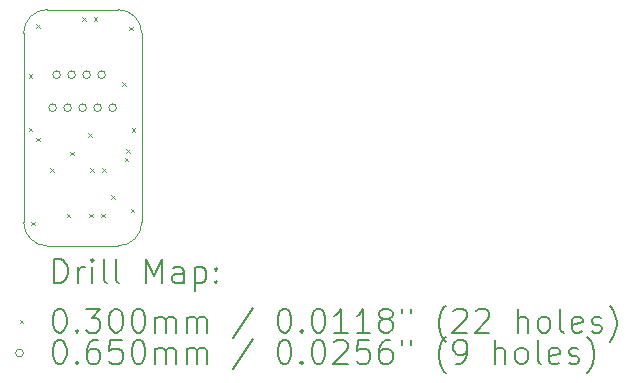
<source format=gbr>
%TF.GenerationSoftware,KiCad,Pcbnew,8.0.7-8.0.7-0~ubuntu24.04.1*%
%TF.CreationDate,2024-12-30T14:28:34-07:00*%
%TF.ProjectId,2 connector Sensor Board,3220636f-6e6e-4656-9374-6f722053656e,V1*%
%TF.SameCoordinates,Original*%
%TF.FileFunction,Drillmap*%
%TF.FilePolarity,Positive*%
%FSLAX45Y45*%
G04 Gerber Fmt 4.5, Leading zero omitted, Abs format (unit mm)*
G04 Created by KiCad (PCBNEW 8.0.7-8.0.7-0~ubuntu24.04.1) date 2024-12-30 14:28:34*
%MOMM*%
%LPD*%
G01*
G04 APERTURE LIST*
%ADD10C,0.050000*%
%ADD11C,0.200000*%
%ADD12C,0.100000*%
G04 APERTURE END LIST*
D10*
X14150000Y-11230000D02*
G75*
G02*
X13950000Y-11030000I0J200000D01*
G01*
X14950000Y-9430000D02*
X14950000Y-11030000D01*
X14150000Y-9230000D02*
X14750000Y-9230000D01*
X14950000Y-11030000D02*
G75*
G02*
X14750000Y-11230000I-200000J0D01*
G01*
X14750000Y-9230000D02*
G75*
G02*
X14950000Y-9430000I0J-200000D01*
G01*
X13950000Y-9430000D02*
G75*
G02*
X14150000Y-9230000I200000J0D01*
G01*
X14750000Y-11230000D02*
X14150000Y-11230000D01*
X13950000Y-11030000D02*
X13950000Y-9430000D01*
D11*
D12*
X13995000Y-9775000D02*
X14025000Y-9805000D01*
X14025000Y-9775000D02*
X13995000Y-9805000D01*
X13995000Y-10229000D02*
X14025000Y-10259000D01*
X14025000Y-10229000D02*
X13995000Y-10259000D01*
X14015000Y-11025000D02*
X14045000Y-11055000D01*
X14045000Y-11025000D02*
X14015000Y-11055000D01*
X14055000Y-9355000D02*
X14085000Y-9385000D01*
X14085000Y-9355000D02*
X14055000Y-9385000D01*
X14056793Y-10315577D02*
X14086793Y-10345577D01*
X14086793Y-10315577D02*
X14056793Y-10345577D01*
X14175000Y-10575000D02*
X14205000Y-10605000D01*
X14205000Y-10575000D02*
X14175000Y-10605000D01*
X14314605Y-10956500D02*
X14344605Y-10986500D01*
X14344605Y-10956500D02*
X14314605Y-10986500D01*
X14345000Y-10435000D02*
X14375000Y-10465000D01*
X14375000Y-10435000D02*
X14345000Y-10465000D01*
X14445000Y-9295000D02*
X14475000Y-9325000D01*
X14475000Y-9295000D02*
X14445000Y-9325000D01*
X14495000Y-10275000D02*
X14525000Y-10305000D01*
X14525000Y-10275000D02*
X14495000Y-10305000D01*
X14504617Y-10956500D02*
X14534617Y-10986500D01*
X14534617Y-10956500D02*
X14504617Y-10986500D01*
X14515000Y-10575000D02*
X14545000Y-10605000D01*
X14545000Y-10575000D02*
X14515000Y-10605000D01*
X14545000Y-9295000D02*
X14575000Y-9325000D01*
X14575000Y-9295000D02*
X14545000Y-9325000D01*
X14605000Y-10956500D02*
X14635000Y-10986500D01*
X14635000Y-10956500D02*
X14605000Y-10986500D01*
X14615000Y-10575000D02*
X14645000Y-10605000D01*
X14645000Y-10575000D02*
X14615000Y-10605000D01*
X14690820Y-10801581D02*
X14720820Y-10831581D01*
X14720820Y-10801581D02*
X14690820Y-10831581D01*
X14785000Y-9845000D02*
X14815000Y-9875000D01*
X14815000Y-9845000D02*
X14785000Y-9875000D01*
X14805000Y-10485000D02*
X14835000Y-10515000D01*
X14835000Y-10485000D02*
X14805000Y-10515000D01*
X14816494Y-10409874D02*
X14846494Y-10439874D01*
X14846494Y-10409874D02*
X14816494Y-10439874D01*
X14845000Y-9375000D02*
X14875000Y-9405000D01*
X14875000Y-9375000D02*
X14845000Y-9405000D01*
X14855000Y-10915000D02*
X14885000Y-10945000D01*
X14885000Y-10915000D02*
X14855000Y-10945000D01*
X14865000Y-10235000D02*
X14895000Y-10265000D01*
X14895000Y-10235000D02*
X14865000Y-10265000D01*
X14227500Y-10060000D02*
G75*
G02*
X14162500Y-10060000I-32500J0D01*
G01*
X14162500Y-10060000D02*
G75*
G02*
X14227500Y-10060000I32500J0D01*
G01*
X14261500Y-9780000D02*
G75*
G02*
X14196500Y-9780000I-32500J0D01*
G01*
X14196500Y-9780000D02*
G75*
G02*
X14261500Y-9780000I32500J0D01*
G01*
X14354500Y-10060000D02*
G75*
G02*
X14289500Y-10060000I-32500J0D01*
G01*
X14289500Y-10060000D02*
G75*
G02*
X14354500Y-10060000I32500J0D01*
G01*
X14388500Y-9780000D02*
G75*
G02*
X14323500Y-9780000I-32500J0D01*
G01*
X14323500Y-9780000D02*
G75*
G02*
X14388500Y-9780000I32500J0D01*
G01*
X14481500Y-10060000D02*
G75*
G02*
X14416500Y-10060000I-32500J0D01*
G01*
X14416500Y-10060000D02*
G75*
G02*
X14481500Y-10060000I32500J0D01*
G01*
X14515500Y-9780000D02*
G75*
G02*
X14450500Y-9780000I-32500J0D01*
G01*
X14450500Y-9780000D02*
G75*
G02*
X14515500Y-9780000I32500J0D01*
G01*
X14608500Y-10060000D02*
G75*
G02*
X14543500Y-10060000I-32500J0D01*
G01*
X14543500Y-10060000D02*
G75*
G02*
X14608500Y-10060000I32500J0D01*
G01*
X14642500Y-9780000D02*
G75*
G02*
X14577500Y-9780000I-32500J0D01*
G01*
X14577500Y-9780000D02*
G75*
G02*
X14642500Y-9780000I32500J0D01*
G01*
X14735500Y-10060000D02*
G75*
G02*
X14670500Y-10060000I-32500J0D01*
G01*
X14670500Y-10060000D02*
G75*
G02*
X14735500Y-10060000I32500J0D01*
G01*
D11*
X14208277Y-11543984D02*
X14208277Y-11343984D01*
X14208277Y-11343984D02*
X14255896Y-11343984D01*
X14255896Y-11343984D02*
X14284467Y-11353508D01*
X14284467Y-11353508D02*
X14303515Y-11372555D01*
X14303515Y-11372555D02*
X14313039Y-11391603D01*
X14313039Y-11391603D02*
X14322562Y-11429698D01*
X14322562Y-11429698D02*
X14322562Y-11458269D01*
X14322562Y-11458269D02*
X14313039Y-11496365D01*
X14313039Y-11496365D02*
X14303515Y-11515412D01*
X14303515Y-11515412D02*
X14284467Y-11534460D01*
X14284467Y-11534460D02*
X14255896Y-11543984D01*
X14255896Y-11543984D02*
X14208277Y-11543984D01*
X14408277Y-11543984D02*
X14408277Y-11410650D01*
X14408277Y-11448746D02*
X14417801Y-11429698D01*
X14417801Y-11429698D02*
X14427324Y-11420174D01*
X14427324Y-11420174D02*
X14446372Y-11410650D01*
X14446372Y-11410650D02*
X14465420Y-11410650D01*
X14532086Y-11543984D02*
X14532086Y-11410650D01*
X14532086Y-11343984D02*
X14522562Y-11353508D01*
X14522562Y-11353508D02*
X14532086Y-11363031D01*
X14532086Y-11363031D02*
X14541610Y-11353508D01*
X14541610Y-11353508D02*
X14532086Y-11343984D01*
X14532086Y-11343984D02*
X14532086Y-11363031D01*
X14655896Y-11543984D02*
X14636848Y-11534460D01*
X14636848Y-11534460D02*
X14627324Y-11515412D01*
X14627324Y-11515412D02*
X14627324Y-11343984D01*
X14760658Y-11543984D02*
X14741610Y-11534460D01*
X14741610Y-11534460D02*
X14732086Y-11515412D01*
X14732086Y-11515412D02*
X14732086Y-11343984D01*
X14989229Y-11543984D02*
X14989229Y-11343984D01*
X14989229Y-11343984D02*
X15055896Y-11486841D01*
X15055896Y-11486841D02*
X15122562Y-11343984D01*
X15122562Y-11343984D02*
X15122562Y-11543984D01*
X15303515Y-11543984D02*
X15303515Y-11439222D01*
X15303515Y-11439222D02*
X15293991Y-11420174D01*
X15293991Y-11420174D02*
X15274943Y-11410650D01*
X15274943Y-11410650D02*
X15236848Y-11410650D01*
X15236848Y-11410650D02*
X15217801Y-11420174D01*
X15303515Y-11534460D02*
X15284467Y-11543984D01*
X15284467Y-11543984D02*
X15236848Y-11543984D01*
X15236848Y-11543984D02*
X15217801Y-11534460D01*
X15217801Y-11534460D02*
X15208277Y-11515412D01*
X15208277Y-11515412D02*
X15208277Y-11496365D01*
X15208277Y-11496365D02*
X15217801Y-11477317D01*
X15217801Y-11477317D02*
X15236848Y-11467793D01*
X15236848Y-11467793D02*
X15284467Y-11467793D01*
X15284467Y-11467793D02*
X15303515Y-11458269D01*
X15398753Y-11410650D02*
X15398753Y-11610650D01*
X15398753Y-11420174D02*
X15417801Y-11410650D01*
X15417801Y-11410650D02*
X15455896Y-11410650D01*
X15455896Y-11410650D02*
X15474943Y-11420174D01*
X15474943Y-11420174D02*
X15484467Y-11429698D01*
X15484467Y-11429698D02*
X15493991Y-11448746D01*
X15493991Y-11448746D02*
X15493991Y-11505888D01*
X15493991Y-11505888D02*
X15484467Y-11524936D01*
X15484467Y-11524936D02*
X15474943Y-11534460D01*
X15474943Y-11534460D02*
X15455896Y-11543984D01*
X15455896Y-11543984D02*
X15417801Y-11543984D01*
X15417801Y-11543984D02*
X15398753Y-11534460D01*
X15579705Y-11524936D02*
X15589229Y-11534460D01*
X15589229Y-11534460D02*
X15579705Y-11543984D01*
X15579705Y-11543984D02*
X15570182Y-11534460D01*
X15570182Y-11534460D02*
X15579705Y-11524936D01*
X15579705Y-11524936D02*
X15579705Y-11543984D01*
X15579705Y-11420174D02*
X15589229Y-11429698D01*
X15589229Y-11429698D02*
X15579705Y-11439222D01*
X15579705Y-11439222D02*
X15570182Y-11429698D01*
X15570182Y-11429698D02*
X15579705Y-11420174D01*
X15579705Y-11420174D02*
X15579705Y-11439222D01*
D12*
X13917500Y-11857500D02*
X13947500Y-11887500D01*
X13947500Y-11857500D02*
X13917500Y-11887500D01*
D11*
X14246372Y-11763984D02*
X14265420Y-11763984D01*
X14265420Y-11763984D02*
X14284467Y-11773508D01*
X14284467Y-11773508D02*
X14293991Y-11783031D01*
X14293991Y-11783031D02*
X14303515Y-11802079D01*
X14303515Y-11802079D02*
X14313039Y-11840174D01*
X14313039Y-11840174D02*
X14313039Y-11887793D01*
X14313039Y-11887793D02*
X14303515Y-11925888D01*
X14303515Y-11925888D02*
X14293991Y-11944936D01*
X14293991Y-11944936D02*
X14284467Y-11954460D01*
X14284467Y-11954460D02*
X14265420Y-11963984D01*
X14265420Y-11963984D02*
X14246372Y-11963984D01*
X14246372Y-11963984D02*
X14227324Y-11954460D01*
X14227324Y-11954460D02*
X14217801Y-11944936D01*
X14217801Y-11944936D02*
X14208277Y-11925888D01*
X14208277Y-11925888D02*
X14198753Y-11887793D01*
X14198753Y-11887793D02*
X14198753Y-11840174D01*
X14198753Y-11840174D02*
X14208277Y-11802079D01*
X14208277Y-11802079D02*
X14217801Y-11783031D01*
X14217801Y-11783031D02*
X14227324Y-11773508D01*
X14227324Y-11773508D02*
X14246372Y-11763984D01*
X14398753Y-11944936D02*
X14408277Y-11954460D01*
X14408277Y-11954460D02*
X14398753Y-11963984D01*
X14398753Y-11963984D02*
X14389229Y-11954460D01*
X14389229Y-11954460D02*
X14398753Y-11944936D01*
X14398753Y-11944936D02*
X14398753Y-11963984D01*
X14474943Y-11763984D02*
X14598753Y-11763984D01*
X14598753Y-11763984D02*
X14532086Y-11840174D01*
X14532086Y-11840174D02*
X14560658Y-11840174D01*
X14560658Y-11840174D02*
X14579705Y-11849698D01*
X14579705Y-11849698D02*
X14589229Y-11859222D01*
X14589229Y-11859222D02*
X14598753Y-11878269D01*
X14598753Y-11878269D02*
X14598753Y-11925888D01*
X14598753Y-11925888D02*
X14589229Y-11944936D01*
X14589229Y-11944936D02*
X14579705Y-11954460D01*
X14579705Y-11954460D02*
X14560658Y-11963984D01*
X14560658Y-11963984D02*
X14503515Y-11963984D01*
X14503515Y-11963984D02*
X14484467Y-11954460D01*
X14484467Y-11954460D02*
X14474943Y-11944936D01*
X14722562Y-11763984D02*
X14741610Y-11763984D01*
X14741610Y-11763984D02*
X14760658Y-11773508D01*
X14760658Y-11773508D02*
X14770182Y-11783031D01*
X14770182Y-11783031D02*
X14779705Y-11802079D01*
X14779705Y-11802079D02*
X14789229Y-11840174D01*
X14789229Y-11840174D02*
X14789229Y-11887793D01*
X14789229Y-11887793D02*
X14779705Y-11925888D01*
X14779705Y-11925888D02*
X14770182Y-11944936D01*
X14770182Y-11944936D02*
X14760658Y-11954460D01*
X14760658Y-11954460D02*
X14741610Y-11963984D01*
X14741610Y-11963984D02*
X14722562Y-11963984D01*
X14722562Y-11963984D02*
X14703515Y-11954460D01*
X14703515Y-11954460D02*
X14693991Y-11944936D01*
X14693991Y-11944936D02*
X14684467Y-11925888D01*
X14684467Y-11925888D02*
X14674943Y-11887793D01*
X14674943Y-11887793D02*
X14674943Y-11840174D01*
X14674943Y-11840174D02*
X14684467Y-11802079D01*
X14684467Y-11802079D02*
X14693991Y-11783031D01*
X14693991Y-11783031D02*
X14703515Y-11773508D01*
X14703515Y-11773508D02*
X14722562Y-11763984D01*
X14913039Y-11763984D02*
X14932086Y-11763984D01*
X14932086Y-11763984D02*
X14951134Y-11773508D01*
X14951134Y-11773508D02*
X14960658Y-11783031D01*
X14960658Y-11783031D02*
X14970182Y-11802079D01*
X14970182Y-11802079D02*
X14979705Y-11840174D01*
X14979705Y-11840174D02*
X14979705Y-11887793D01*
X14979705Y-11887793D02*
X14970182Y-11925888D01*
X14970182Y-11925888D02*
X14960658Y-11944936D01*
X14960658Y-11944936D02*
X14951134Y-11954460D01*
X14951134Y-11954460D02*
X14932086Y-11963984D01*
X14932086Y-11963984D02*
X14913039Y-11963984D01*
X14913039Y-11963984D02*
X14893991Y-11954460D01*
X14893991Y-11954460D02*
X14884467Y-11944936D01*
X14884467Y-11944936D02*
X14874943Y-11925888D01*
X14874943Y-11925888D02*
X14865420Y-11887793D01*
X14865420Y-11887793D02*
X14865420Y-11840174D01*
X14865420Y-11840174D02*
X14874943Y-11802079D01*
X14874943Y-11802079D02*
X14884467Y-11783031D01*
X14884467Y-11783031D02*
X14893991Y-11773508D01*
X14893991Y-11773508D02*
X14913039Y-11763984D01*
X15065420Y-11963984D02*
X15065420Y-11830650D01*
X15065420Y-11849698D02*
X15074943Y-11840174D01*
X15074943Y-11840174D02*
X15093991Y-11830650D01*
X15093991Y-11830650D02*
X15122563Y-11830650D01*
X15122563Y-11830650D02*
X15141610Y-11840174D01*
X15141610Y-11840174D02*
X15151134Y-11859222D01*
X15151134Y-11859222D02*
X15151134Y-11963984D01*
X15151134Y-11859222D02*
X15160658Y-11840174D01*
X15160658Y-11840174D02*
X15179705Y-11830650D01*
X15179705Y-11830650D02*
X15208277Y-11830650D01*
X15208277Y-11830650D02*
X15227324Y-11840174D01*
X15227324Y-11840174D02*
X15236848Y-11859222D01*
X15236848Y-11859222D02*
X15236848Y-11963984D01*
X15332086Y-11963984D02*
X15332086Y-11830650D01*
X15332086Y-11849698D02*
X15341610Y-11840174D01*
X15341610Y-11840174D02*
X15360658Y-11830650D01*
X15360658Y-11830650D02*
X15389229Y-11830650D01*
X15389229Y-11830650D02*
X15408277Y-11840174D01*
X15408277Y-11840174D02*
X15417801Y-11859222D01*
X15417801Y-11859222D02*
X15417801Y-11963984D01*
X15417801Y-11859222D02*
X15427324Y-11840174D01*
X15427324Y-11840174D02*
X15446372Y-11830650D01*
X15446372Y-11830650D02*
X15474943Y-11830650D01*
X15474943Y-11830650D02*
X15493991Y-11840174D01*
X15493991Y-11840174D02*
X15503515Y-11859222D01*
X15503515Y-11859222D02*
X15503515Y-11963984D01*
X15893991Y-11754460D02*
X15722563Y-12011603D01*
X16151134Y-11763984D02*
X16170182Y-11763984D01*
X16170182Y-11763984D02*
X16189229Y-11773508D01*
X16189229Y-11773508D02*
X16198753Y-11783031D01*
X16198753Y-11783031D02*
X16208277Y-11802079D01*
X16208277Y-11802079D02*
X16217801Y-11840174D01*
X16217801Y-11840174D02*
X16217801Y-11887793D01*
X16217801Y-11887793D02*
X16208277Y-11925888D01*
X16208277Y-11925888D02*
X16198753Y-11944936D01*
X16198753Y-11944936D02*
X16189229Y-11954460D01*
X16189229Y-11954460D02*
X16170182Y-11963984D01*
X16170182Y-11963984D02*
X16151134Y-11963984D01*
X16151134Y-11963984D02*
X16132086Y-11954460D01*
X16132086Y-11954460D02*
X16122563Y-11944936D01*
X16122563Y-11944936D02*
X16113039Y-11925888D01*
X16113039Y-11925888D02*
X16103515Y-11887793D01*
X16103515Y-11887793D02*
X16103515Y-11840174D01*
X16103515Y-11840174D02*
X16113039Y-11802079D01*
X16113039Y-11802079D02*
X16122563Y-11783031D01*
X16122563Y-11783031D02*
X16132086Y-11773508D01*
X16132086Y-11773508D02*
X16151134Y-11763984D01*
X16303515Y-11944936D02*
X16313039Y-11954460D01*
X16313039Y-11954460D02*
X16303515Y-11963984D01*
X16303515Y-11963984D02*
X16293991Y-11954460D01*
X16293991Y-11954460D02*
X16303515Y-11944936D01*
X16303515Y-11944936D02*
X16303515Y-11963984D01*
X16436848Y-11763984D02*
X16455896Y-11763984D01*
X16455896Y-11763984D02*
X16474944Y-11773508D01*
X16474944Y-11773508D02*
X16484467Y-11783031D01*
X16484467Y-11783031D02*
X16493991Y-11802079D01*
X16493991Y-11802079D02*
X16503515Y-11840174D01*
X16503515Y-11840174D02*
X16503515Y-11887793D01*
X16503515Y-11887793D02*
X16493991Y-11925888D01*
X16493991Y-11925888D02*
X16484467Y-11944936D01*
X16484467Y-11944936D02*
X16474944Y-11954460D01*
X16474944Y-11954460D02*
X16455896Y-11963984D01*
X16455896Y-11963984D02*
X16436848Y-11963984D01*
X16436848Y-11963984D02*
X16417801Y-11954460D01*
X16417801Y-11954460D02*
X16408277Y-11944936D01*
X16408277Y-11944936D02*
X16398753Y-11925888D01*
X16398753Y-11925888D02*
X16389229Y-11887793D01*
X16389229Y-11887793D02*
X16389229Y-11840174D01*
X16389229Y-11840174D02*
X16398753Y-11802079D01*
X16398753Y-11802079D02*
X16408277Y-11783031D01*
X16408277Y-11783031D02*
X16417801Y-11773508D01*
X16417801Y-11773508D02*
X16436848Y-11763984D01*
X16693991Y-11963984D02*
X16579706Y-11963984D01*
X16636848Y-11963984D02*
X16636848Y-11763984D01*
X16636848Y-11763984D02*
X16617801Y-11792555D01*
X16617801Y-11792555D02*
X16598753Y-11811603D01*
X16598753Y-11811603D02*
X16579706Y-11821127D01*
X16884468Y-11963984D02*
X16770182Y-11963984D01*
X16827325Y-11963984D02*
X16827325Y-11763984D01*
X16827325Y-11763984D02*
X16808277Y-11792555D01*
X16808277Y-11792555D02*
X16789229Y-11811603D01*
X16789229Y-11811603D02*
X16770182Y-11821127D01*
X16998753Y-11849698D02*
X16979706Y-11840174D01*
X16979706Y-11840174D02*
X16970182Y-11830650D01*
X16970182Y-11830650D02*
X16960658Y-11811603D01*
X16960658Y-11811603D02*
X16960658Y-11802079D01*
X16960658Y-11802079D02*
X16970182Y-11783031D01*
X16970182Y-11783031D02*
X16979706Y-11773508D01*
X16979706Y-11773508D02*
X16998753Y-11763984D01*
X16998753Y-11763984D02*
X17036849Y-11763984D01*
X17036849Y-11763984D02*
X17055896Y-11773508D01*
X17055896Y-11773508D02*
X17065420Y-11783031D01*
X17065420Y-11783031D02*
X17074944Y-11802079D01*
X17074944Y-11802079D02*
X17074944Y-11811603D01*
X17074944Y-11811603D02*
X17065420Y-11830650D01*
X17065420Y-11830650D02*
X17055896Y-11840174D01*
X17055896Y-11840174D02*
X17036849Y-11849698D01*
X17036849Y-11849698D02*
X16998753Y-11849698D01*
X16998753Y-11849698D02*
X16979706Y-11859222D01*
X16979706Y-11859222D02*
X16970182Y-11868746D01*
X16970182Y-11868746D02*
X16960658Y-11887793D01*
X16960658Y-11887793D02*
X16960658Y-11925888D01*
X16960658Y-11925888D02*
X16970182Y-11944936D01*
X16970182Y-11944936D02*
X16979706Y-11954460D01*
X16979706Y-11954460D02*
X16998753Y-11963984D01*
X16998753Y-11963984D02*
X17036849Y-11963984D01*
X17036849Y-11963984D02*
X17055896Y-11954460D01*
X17055896Y-11954460D02*
X17065420Y-11944936D01*
X17065420Y-11944936D02*
X17074944Y-11925888D01*
X17074944Y-11925888D02*
X17074944Y-11887793D01*
X17074944Y-11887793D02*
X17065420Y-11868746D01*
X17065420Y-11868746D02*
X17055896Y-11859222D01*
X17055896Y-11859222D02*
X17036849Y-11849698D01*
X17151134Y-11763984D02*
X17151134Y-11802079D01*
X17227325Y-11763984D02*
X17227325Y-11802079D01*
X17522563Y-12040174D02*
X17513039Y-12030650D01*
X17513039Y-12030650D02*
X17493991Y-12002079D01*
X17493991Y-12002079D02*
X17484468Y-11983031D01*
X17484468Y-11983031D02*
X17474944Y-11954460D01*
X17474944Y-11954460D02*
X17465420Y-11906841D01*
X17465420Y-11906841D02*
X17465420Y-11868746D01*
X17465420Y-11868746D02*
X17474944Y-11821127D01*
X17474944Y-11821127D02*
X17484468Y-11792555D01*
X17484468Y-11792555D02*
X17493991Y-11773508D01*
X17493991Y-11773508D02*
X17513039Y-11744936D01*
X17513039Y-11744936D02*
X17522563Y-11735412D01*
X17589230Y-11783031D02*
X17598753Y-11773508D01*
X17598753Y-11773508D02*
X17617801Y-11763984D01*
X17617801Y-11763984D02*
X17665420Y-11763984D01*
X17665420Y-11763984D02*
X17684468Y-11773508D01*
X17684468Y-11773508D02*
X17693991Y-11783031D01*
X17693991Y-11783031D02*
X17703515Y-11802079D01*
X17703515Y-11802079D02*
X17703515Y-11821127D01*
X17703515Y-11821127D02*
X17693991Y-11849698D01*
X17693991Y-11849698D02*
X17579706Y-11963984D01*
X17579706Y-11963984D02*
X17703515Y-11963984D01*
X17779706Y-11783031D02*
X17789230Y-11773508D01*
X17789230Y-11773508D02*
X17808277Y-11763984D01*
X17808277Y-11763984D02*
X17855896Y-11763984D01*
X17855896Y-11763984D02*
X17874944Y-11773508D01*
X17874944Y-11773508D02*
X17884468Y-11783031D01*
X17884468Y-11783031D02*
X17893991Y-11802079D01*
X17893991Y-11802079D02*
X17893991Y-11821127D01*
X17893991Y-11821127D02*
X17884468Y-11849698D01*
X17884468Y-11849698D02*
X17770182Y-11963984D01*
X17770182Y-11963984D02*
X17893991Y-11963984D01*
X18132087Y-11963984D02*
X18132087Y-11763984D01*
X18217801Y-11963984D02*
X18217801Y-11859222D01*
X18217801Y-11859222D02*
X18208277Y-11840174D01*
X18208277Y-11840174D02*
X18189230Y-11830650D01*
X18189230Y-11830650D02*
X18160658Y-11830650D01*
X18160658Y-11830650D02*
X18141611Y-11840174D01*
X18141611Y-11840174D02*
X18132087Y-11849698D01*
X18341611Y-11963984D02*
X18322563Y-11954460D01*
X18322563Y-11954460D02*
X18313039Y-11944936D01*
X18313039Y-11944936D02*
X18303515Y-11925888D01*
X18303515Y-11925888D02*
X18303515Y-11868746D01*
X18303515Y-11868746D02*
X18313039Y-11849698D01*
X18313039Y-11849698D02*
X18322563Y-11840174D01*
X18322563Y-11840174D02*
X18341611Y-11830650D01*
X18341611Y-11830650D02*
X18370182Y-11830650D01*
X18370182Y-11830650D02*
X18389230Y-11840174D01*
X18389230Y-11840174D02*
X18398753Y-11849698D01*
X18398753Y-11849698D02*
X18408277Y-11868746D01*
X18408277Y-11868746D02*
X18408277Y-11925888D01*
X18408277Y-11925888D02*
X18398753Y-11944936D01*
X18398753Y-11944936D02*
X18389230Y-11954460D01*
X18389230Y-11954460D02*
X18370182Y-11963984D01*
X18370182Y-11963984D02*
X18341611Y-11963984D01*
X18522563Y-11963984D02*
X18503515Y-11954460D01*
X18503515Y-11954460D02*
X18493992Y-11935412D01*
X18493992Y-11935412D02*
X18493992Y-11763984D01*
X18674944Y-11954460D02*
X18655896Y-11963984D01*
X18655896Y-11963984D02*
X18617801Y-11963984D01*
X18617801Y-11963984D02*
X18598753Y-11954460D01*
X18598753Y-11954460D02*
X18589230Y-11935412D01*
X18589230Y-11935412D02*
X18589230Y-11859222D01*
X18589230Y-11859222D02*
X18598753Y-11840174D01*
X18598753Y-11840174D02*
X18617801Y-11830650D01*
X18617801Y-11830650D02*
X18655896Y-11830650D01*
X18655896Y-11830650D02*
X18674944Y-11840174D01*
X18674944Y-11840174D02*
X18684468Y-11859222D01*
X18684468Y-11859222D02*
X18684468Y-11878269D01*
X18684468Y-11878269D02*
X18589230Y-11897317D01*
X18760658Y-11954460D02*
X18779706Y-11963984D01*
X18779706Y-11963984D02*
X18817801Y-11963984D01*
X18817801Y-11963984D02*
X18836849Y-11954460D01*
X18836849Y-11954460D02*
X18846373Y-11935412D01*
X18846373Y-11935412D02*
X18846373Y-11925888D01*
X18846373Y-11925888D02*
X18836849Y-11906841D01*
X18836849Y-11906841D02*
X18817801Y-11897317D01*
X18817801Y-11897317D02*
X18789230Y-11897317D01*
X18789230Y-11897317D02*
X18770182Y-11887793D01*
X18770182Y-11887793D02*
X18760658Y-11868746D01*
X18760658Y-11868746D02*
X18760658Y-11859222D01*
X18760658Y-11859222D02*
X18770182Y-11840174D01*
X18770182Y-11840174D02*
X18789230Y-11830650D01*
X18789230Y-11830650D02*
X18817801Y-11830650D01*
X18817801Y-11830650D02*
X18836849Y-11840174D01*
X18913039Y-12040174D02*
X18922563Y-12030650D01*
X18922563Y-12030650D02*
X18941611Y-12002079D01*
X18941611Y-12002079D02*
X18951134Y-11983031D01*
X18951134Y-11983031D02*
X18960658Y-11954460D01*
X18960658Y-11954460D02*
X18970182Y-11906841D01*
X18970182Y-11906841D02*
X18970182Y-11868746D01*
X18970182Y-11868746D02*
X18960658Y-11821127D01*
X18960658Y-11821127D02*
X18951134Y-11792555D01*
X18951134Y-11792555D02*
X18941611Y-11773508D01*
X18941611Y-11773508D02*
X18922563Y-11744936D01*
X18922563Y-11744936D02*
X18913039Y-11735412D01*
D12*
X13947500Y-12136500D02*
G75*
G02*
X13882500Y-12136500I-32500J0D01*
G01*
X13882500Y-12136500D02*
G75*
G02*
X13947500Y-12136500I32500J0D01*
G01*
D11*
X14246372Y-12027984D02*
X14265420Y-12027984D01*
X14265420Y-12027984D02*
X14284467Y-12037508D01*
X14284467Y-12037508D02*
X14293991Y-12047031D01*
X14293991Y-12047031D02*
X14303515Y-12066079D01*
X14303515Y-12066079D02*
X14313039Y-12104174D01*
X14313039Y-12104174D02*
X14313039Y-12151793D01*
X14313039Y-12151793D02*
X14303515Y-12189888D01*
X14303515Y-12189888D02*
X14293991Y-12208936D01*
X14293991Y-12208936D02*
X14284467Y-12218460D01*
X14284467Y-12218460D02*
X14265420Y-12227984D01*
X14265420Y-12227984D02*
X14246372Y-12227984D01*
X14246372Y-12227984D02*
X14227324Y-12218460D01*
X14227324Y-12218460D02*
X14217801Y-12208936D01*
X14217801Y-12208936D02*
X14208277Y-12189888D01*
X14208277Y-12189888D02*
X14198753Y-12151793D01*
X14198753Y-12151793D02*
X14198753Y-12104174D01*
X14198753Y-12104174D02*
X14208277Y-12066079D01*
X14208277Y-12066079D02*
X14217801Y-12047031D01*
X14217801Y-12047031D02*
X14227324Y-12037508D01*
X14227324Y-12037508D02*
X14246372Y-12027984D01*
X14398753Y-12208936D02*
X14408277Y-12218460D01*
X14408277Y-12218460D02*
X14398753Y-12227984D01*
X14398753Y-12227984D02*
X14389229Y-12218460D01*
X14389229Y-12218460D02*
X14398753Y-12208936D01*
X14398753Y-12208936D02*
X14398753Y-12227984D01*
X14579705Y-12027984D02*
X14541610Y-12027984D01*
X14541610Y-12027984D02*
X14522562Y-12037508D01*
X14522562Y-12037508D02*
X14513039Y-12047031D01*
X14513039Y-12047031D02*
X14493991Y-12075603D01*
X14493991Y-12075603D02*
X14484467Y-12113698D01*
X14484467Y-12113698D02*
X14484467Y-12189888D01*
X14484467Y-12189888D02*
X14493991Y-12208936D01*
X14493991Y-12208936D02*
X14503515Y-12218460D01*
X14503515Y-12218460D02*
X14522562Y-12227984D01*
X14522562Y-12227984D02*
X14560658Y-12227984D01*
X14560658Y-12227984D02*
X14579705Y-12218460D01*
X14579705Y-12218460D02*
X14589229Y-12208936D01*
X14589229Y-12208936D02*
X14598753Y-12189888D01*
X14598753Y-12189888D02*
X14598753Y-12142269D01*
X14598753Y-12142269D02*
X14589229Y-12123222D01*
X14589229Y-12123222D02*
X14579705Y-12113698D01*
X14579705Y-12113698D02*
X14560658Y-12104174D01*
X14560658Y-12104174D02*
X14522562Y-12104174D01*
X14522562Y-12104174D02*
X14503515Y-12113698D01*
X14503515Y-12113698D02*
X14493991Y-12123222D01*
X14493991Y-12123222D02*
X14484467Y-12142269D01*
X14779705Y-12027984D02*
X14684467Y-12027984D01*
X14684467Y-12027984D02*
X14674943Y-12123222D01*
X14674943Y-12123222D02*
X14684467Y-12113698D01*
X14684467Y-12113698D02*
X14703515Y-12104174D01*
X14703515Y-12104174D02*
X14751134Y-12104174D01*
X14751134Y-12104174D02*
X14770182Y-12113698D01*
X14770182Y-12113698D02*
X14779705Y-12123222D01*
X14779705Y-12123222D02*
X14789229Y-12142269D01*
X14789229Y-12142269D02*
X14789229Y-12189888D01*
X14789229Y-12189888D02*
X14779705Y-12208936D01*
X14779705Y-12208936D02*
X14770182Y-12218460D01*
X14770182Y-12218460D02*
X14751134Y-12227984D01*
X14751134Y-12227984D02*
X14703515Y-12227984D01*
X14703515Y-12227984D02*
X14684467Y-12218460D01*
X14684467Y-12218460D02*
X14674943Y-12208936D01*
X14913039Y-12027984D02*
X14932086Y-12027984D01*
X14932086Y-12027984D02*
X14951134Y-12037508D01*
X14951134Y-12037508D02*
X14960658Y-12047031D01*
X14960658Y-12047031D02*
X14970182Y-12066079D01*
X14970182Y-12066079D02*
X14979705Y-12104174D01*
X14979705Y-12104174D02*
X14979705Y-12151793D01*
X14979705Y-12151793D02*
X14970182Y-12189888D01*
X14970182Y-12189888D02*
X14960658Y-12208936D01*
X14960658Y-12208936D02*
X14951134Y-12218460D01*
X14951134Y-12218460D02*
X14932086Y-12227984D01*
X14932086Y-12227984D02*
X14913039Y-12227984D01*
X14913039Y-12227984D02*
X14893991Y-12218460D01*
X14893991Y-12218460D02*
X14884467Y-12208936D01*
X14884467Y-12208936D02*
X14874943Y-12189888D01*
X14874943Y-12189888D02*
X14865420Y-12151793D01*
X14865420Y-12151793D02*
X14865420Y-12104174D01*
X14865420Y-12104174D02*
X14874943Y-12066079D01*
X14874943Y-12066079D02*
X14884467Y-12047031D01*
X14884467Y-12047031D02*
X14893991Y-12037508D01*
X14893991Y-12037508D02*
X14913039Y-12027984D01*
X15065420Y-12227984D02*
X15065420Y-12094650D01*
X15065420Y-12113698D02*
X15074943Y-12104174D01*
X15074943Y-12104174D02*
X15093991Y-12094650D01*
X15093991Y-12094650D02*
X15122563Y-12094650D01*
X15122563Y-12094650D02*
X15141610Y-12104174D01*
X15141610Y-12104174D02*
X15151134Y-12123222D01*
X15151134Y-12123222D02*
X15151134Y-12227984D01*
X15151134Y-12123222D02*
X15160658Y-12104174D01*
X15160658Y-12104174D02*
X15179705Y-12094650D01*
X15179705Y-12094650D02*
X15208277Y-12094650D01*
X15208277Y-12094650D02*
X15227324Y-12104174D01*
X15227324Y-12104174D02*
X15236848Y-12123222D01*
X15236848Y-12123222D02*
X15236848Y-12227984D01*
X15332086Y-12227984D02*
X15332086Y-12094650D01*
X15332086Y-12113698D02*
X15341610Y-12104174D01*
X15341610Y-12104174D02*
X15360658Y-12094650D01*
X15360658Y-12094650D02*
X15389229Y-12094650D01*
X15389229Y-12094650D02*
X15408277Y-12104174D01*
X15408277Y-12104174D02*
X15417801Y-12123222D01*
X15417801Y-12123222D02*
X15417801Y-12227984D01*
X15417801Y-12123222D02*
X15427324Y-12104174D01*
X15427324Y-12104174D02*
X15446372Y-12094650D01*
X15446372Y-12094650D02*
X15474943Y-12094650D01*
X15474943Y-12094650D02*
X15493991Y-12104174D01*
X15493991Y-12104174D02*
X15503515Y-12123222D01*
X15503515Y-12123222D02*
X15503515Y-12227984D01*
X15893991Y-12018460D02*
X15722563Y-12275603D01*
X16151134Y-12027984D02*
X16170182Y-12027984D01*
X16170182Y-12027984D02*
X16189229Y-12037508D01*
X16189229Y-12037508D02*
X16198753Y-12047031D01*
X16198753Y-12047031D02*
X16208277Y-12066079D01*
X16208277Y-12066079D02*
X16217801Y-12104174D01*
X16217801Y-12104174D02*
X16217801Y-12151793D01*
X16217801Y-12151793D02*
X16208277Y-12189888D01*
X16208277Y-12189888D02*
X16198753Y-12208936D01*
X16198753Y-12208936D02*
X16189229Y-12218460D01*
X16189229Y-12218460D02*
X16170182Y-12227984D01*
X16170182Y-12227984D02*
X16151134Y-12227984D01*
X16151134Y-12227984D02*
X16132086Y-12218460D01*
X16132086Y-12218460D02*
X16122563Y-12208936D01*
X16122563Y-12208936D02*
X16113039Y-12189888D01*
X16113039Y-12189888D02*
X16103515Y-12151793D01*
X16103515Y-12151793D02*
X16103515Y-12104174D01*
X16103515Y-12104174D02*
X16113039Y-12066079D01*
X16113039Y-12066079D02*
X16122563Y-12047031D01*
X16122563Y-12047031D02*
X16132086Y-12037508D01*
X16132086Y-12037508D02*
X16151134Y-12027984D01*
X16303515Y-12208936D02*
X16313039Y-12218460D01*
X16313039Y-12218460D02*
X16303515Y-12227984D01*
X16303515Y-12227984D02*
X16293991Y-12218460D01*
X16293991Y-12218460D02*
X16303515Y-12208936D01*
X16303515Y-12208936D02*
X16303515Y-12227984D01*
X16436848Y-12027984D02*
X16455896Y-12027984D01*
X16455896Y-12027984D02*
X16474944Y-12037508D01*
X16474944Y-12037508D02*
X16484467Y-12047031D01*
X16484467Y-12047031D02*
X16493991Y-12066079D01*
X16493991Y-12066079D02*
X16503515Y-12104174D01*
X16503515Y-12104174D02*
X16503515Y-12151793D01*
X16503515Y-12151793D02*
X16493991Y-12189888D01*
X16493991Y-12189888D02*
X16484467Y-12208936D01*
X16484467Y-12208936D02*
X16474944Y-12218460D01*
X16474944Y-12218460D02*
X16455896Y-12227984D01*
X16455896Y-12227984D02*
X16436848Y-12227984D01*
X16436848Y-12227984D02*
X16417801Y-12218460D01*
X16417801Y-12218460D02*
X16408277Y-12208936D01*
X16408277Y-12208936D02*
X16398753Y-12189888D01*
X16398753Y-12189888D02*
X16389229Y-12151793D01*
X16389229Y-12151793D02*
X16389229Y-12104174D01*
X16389229Y-12104174D02*
X16398753Y-12066079D01*
X16398753Y-12066079D02*
X16408277Y-12047031D01*
X16408277Y-12047031D02*
X16417801Y-12037508D01*
X16417801Y-12037508D02*
X16436848Y-12027984D01*
X16579706Y-12047031D02*
X16589229Y-12037508D01*
X16589229Y-12037508D02*
X16608277Y-12027984D01*
X16608277Y-12027984D02*
X16655896Y-12027984D01*
X16655896Y-12027984D02*
X16674944Y-12037508D01*
X16674944Y-12037508D02*
X16684467Y-12047031D01*
X16684467Y-12047031D02*
X16693991Y-12066079D01*
X16693991Y-12066079D02*
X16693991Y-12085127D01*
X16693991Y-12085127D02*
X16684467Y-12113698D01*
X16684467Y-12113698D02*
X16570182Y-12227984D01*
X16570182Y-12227984D02*
X16693991Y-12227984D01*
X16874944Y-12027984D02*
X16779706Y-12027984D01*
X16779706Y-12027984D02*
X16770182Y-12123222D01*
X16770182Y-12123222D02*
X16779706Y-12113698D01*
X16779706Y-12113698D02*
X16798753Y-12104174D01*
X16798753Y-12104174D02*
X16846372Y-12104174D01*
X16846372Y-12104174D02*
X16865420Y-12113698D01*
X16865420Y-12113698D02*
X16874944Y-12123222D01*
X16874944Y-12123222D02*
X16884468Y-12142269D01*
X16884468Y-12142269D02*
X16884468Y-12189888D01*
X16884468Y-12189888D02*
X16874944Y-12208936D01*
X16874944Y-12208936D02*
X16865420Y-12218460D01*
X16865420Y-12218460D02*
X16846372Y-12227984D01*
X16846372Y-12227984D02*
X16798753Y-12227984D01*
X16798753Y-12227984D02*
X16779706Y-12218460D01*
X16779706Y-12218460D02*
X16770182Y-12208936D01*
X17055896Y-12027984D02*
X17017801Y-12027984D01*
X17017801Y-12027984D02*
X16998753Y-12037508D01*
X16998753Y-12037508D02*
X16989229Y-12047031D01*
X16989229Y-12047031D02*
X16970182Y-12075603D01*
X16970182Y-12075603D02*
X16960658Y-12113698D01*
X16960658Y-12113698D02*
X16960658Y-12189888D01*
X16960658Y-12189888D02*
X16970182Y-12208936D01*
X16970182Y-12208936D02*
X16979706Y-12218460D01*
X16979706Y-12218460D02*
X16998753Y-12227984D01*
X16998753Y-12227984D02*
X17036849Y-12227984D01*
X17036849Y-12227984D02*
X17055896Y-12218460D01*
X17055896Y-12218460D02*
X17065420Y-12208936D01*
X17065420Y-12208936D02*
X17074944Y-12189888D01*
X17074944Y-12189888D02*
X17074944Y-12142269D01*
X17074944Y-12142269D02*
X17065420Y-12123222D01*
X17065420Y-12123222D02*
X17055896Y-12113698D01*
X17055896Y-12113698D02*
X17036849Y-12104174D01*
X17036849Y-12104174D02*
X16998753Y-12104174D01*
X16998753Y-12104174D02*
X16979706Y-12113698D01*
X16979706Y-12113698D02*
X16970182Y-12123222D01*
X16970182Y-12123222D02*
X16960658Y-12142269D01*
X17151134Y-12027984D02*
X17151134Y-12066079D01*
X17227325Y-12027984D02*
X17227325Y-12066079D01*
X17522563Y-12304174D02*
X17513039Y-12294650D01*
X17513039Y-12294650D02*
X17493991Y-12266079D01*
X17493991Y-12266079D02*
X17484468Y-12247031D01*
X17484468Y-12247031D02*
X17474944Y-12218460D01*
X17474944Y-12218460D02*
X17465420Y-12170841D01*
X17465420Y-12170841D02*
X17465420Y-12132746D01*
X17465420Y-12132746D02*
X17474944Y-12085127D01*
X17474944Y-12085127D02*
X17484468Y-12056555D01*
X17484468Y-12056555D02*
X17493991Y-12037508D01*
X17493991Y-12037508D02*
X17513039Y-12008936D01*
X17513039Y-12008936D02*
X17522563Y-11999412D01*
X17608277Y-12227984D02*
X17646372Y-12227984D01*
X17646372Y-12227984D02*
X17665420Y-12218460D01*
X17665420Y-12218460D02*
X17674944Y-12208936D01*
X17674944Y-12208936D02*
X17693991Y-12180365D01*
X17693991Y-12180365D02*
X17703515Y-12142269D01*
X17703515Y-12142269D02*
X17703515Y-12066079D01*
X17703515Y-12066079D02*
X17693991Y-12047031D01*
X17693991Y-12047031D02*
X17684468Y-12037508D01*
X17684468Y-12037508D02*
X17665420Y-12027984D01*
X17665420Y-12027984D02*
X17627325Y-12027984D01*
X17627325Y-12027984D02*
X17608277Y-12037508D01*
X17608277Y-12037508D02*
X17598753Y-12047031D01*
X17598753Y-12047031D02*
X17589230Y-12066079D01*
X17589230Y-12066079D02*
X17589230Y-12113698D01*
X17589230Y-12113698D02*
X17598753Y-12132746D01*
X17598753Y-12132746D02*
X17608277Y-12142269D01*
X17608277Y-12142269D02*
X17627325Y-12151793D01*
X17627325Y-12151793D02*
X17665420Y-12151793D01*
X17665420Y-12151793D02*
X17684468Y-12142269D01*
X17684468Y-12142269D02*
X17693991Y-12132746D01*
X17693991Y-12132746D02*
X17703515Y-12113698D01*
X17941611Y-12227984D02*
X17941611Y-12027984D01*
X18027325Y-12227984D02*
X18027325Y-12123222D01*
X18027325Y-12123222D02*
X18017801Y-12104174D01*
X18017801Y-12104174D02*
X17998753Y-12094650D01*
X17998753Y-12094650D02*
X17970182Y-12094650D01*
X17970182Y-12094650D02*
X17951134Y-12104174D01*
X17951134Y-12104174D02*
X17941611Y-12113698D01*
X18151134Y-12227984D02*
X18132087Y-12218460D01*
X18132087Y-12218460D02*
X18122563Y-12208936D01*
X18122563Y-12208936D02*
X18113039Y-12189888D01*
X18113039Y-12189888D02*
X18113039Y-12132746D01*
X18113039Y-12132746D02*
X18122563Y-12113698D01*
X18122563Y-12113698D02*
X18132087Y-12104174D01*
X18132087Y-12104174D02*
X18151134Y-12094650D01*
X18151134Y-12094650D02*
X18179706Y-12094650D01*
X18179706Y-12094650D02*
X18198753Y-12104174D01*
X18198753Y-12104174D02*
X18208277Y-12113698D01*
X18208277Y-12113698D02*
X18217801Y-12132746D01*
X18217801Y-12132746D02*
X18217801Y-12189888D01*
X18217801Y-12189888D02*
X18208277Y-12208936D01*
X18208277Y-12208936D02*
X18198753Y-12218460D01*
X18198753Y-12218460D02*
X18179706Y-12227984D01*
X18179706Y-12227984D02*
X18151134Y-12227984D01*
X18332087Y-12227984D02*
X18313039Y-12218460D01*
X18313039Y-12218460D02*
X18303515Y-12199412D01*
X18303515Y-12199412D02*
X18303515Y-12027984D01*
X18484468Y-12218460D02*
X18465420Y-12227984D01*
X18465420Y-12227984D02*
X18427325Y-12227984D01*
X18427325Y-12227984D02*
X18408277Y-12218460D01*
X18408277Y-12218460D02*
X18398753Y-12199412D01*
X18398753Y-12199412D02*
X18398753Y-12123222D01*
X18398753Y-12123222D02*
X18408277Y-12104174D01*
X18408277Y-12104174D02*
X18427325Y-12094650D01*
X18427325Y-12094650D02*
X18465420Y-12094650D01*
X18465420Y-12094650D02*
X18484468Y-12104174D01*
X18484468Y-12104174D02*
X18493992Y-12123222D01*
X18493992Y-12123222D02*
X18493992Y-12142269D01*
X18493992Y-12142269D02*
X18398753Y-12161317D01*
X18570182Y-12218460D02*
X18589230Y-12227984D01*
X18589230Y-12227984D02*
X18627325Y-12227984D01*
X18627325Y-12227984D02*
X18646373Y-12218460D01*
X18646373Y-12218460D02*
X18655896Y-12199412D01*
X18655896Y-12199412D02*
X18655896Y-12189888D01*
X18655896Y-12189888D02*
X18646373Y-12170841D01*
X18646373Y-12170841D02*
X18627325Y-12161317D01*
X18627325Y-12161317D02*
X18598753Y-12161317D01*
X18598753Y-12161317D02*
X18579706Y-12151793D01*
X18579706Y-12151793D02*
X18570182Y-12132746D01*
X18570182Y-12132746D02*
X18570182Y-12123222D01*
X18570182Y-12123222D02*
X18579706Y-12104174D01*
X18579706Y-12104174D02*
X18598753Y-12094650D01*
X18598753Y-12094650D02*
X18627325Y-12094650D01*
X18627325Y-12094650D02*
X18646373Y-12104174D01*
X18722563Y-12304174D02*
X18732087Y-12294650D01*
X18732087Y-12294650D02*
X18751134Y-12266079D01*
X18751134Y-12266079D02*
X18760658Y-12247031D01*
X18760658Y-12247031D02*
X18770182Y-12218460D01*
X18770182Y-12218460D02*
X18779706Y-12170841D01*
X18779706Y-12170841D02*
X18779706Y-12132746D01*
X18779706Y-12132746D02*
X18770182Y-12085127D01*
X18770182Y-12085127D02*
X18760658Y-12056555D01*
X18760658Y-12056555D02*
X18751134Y-12037508D01*
X18751134Y-12037508D02*
X18732087Y-12008936D01*
X18732087Y-12008936D02*
X18722563Y-11999412D01*
M02*

</source>
